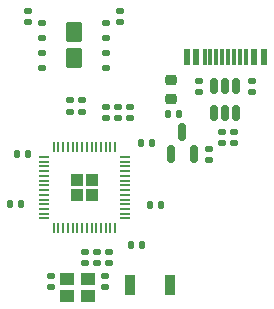
<source format=gbr>
%TF.GenerationSoftware,KiCad,Pcbnew,(6.0.0)*%
%TF.CreationDate,2022-07-10T02:32:02-04:00*%
%TF.ProjectId,EyesOfTomorrow,45796573-4f66-4546-9f6d-6f72726f772e,rev?*%
%TF.SameCoordinates,Original*%
%TF.FileFunction,Paste,Top*%
%TF.FilePolarity,Positive*%
%FSLAX46Y46*%
G04 Gerber Fmt 4.6, Leading zero omitted, Abs format (unit mm)*
G04 Created by KiCad (PCBNEW (6.0.0)) date 2022-07-10 02:32:02*
%MOMM*%
%LPD*%
G01*
G04 APERTURE LIST*
G04 Aperture macros list*
%AMRoundRect*
0 Rectangle with rounded corners*
0 $1 Rounding radius*
0 $2 $3 $4 $5 $6 $7 $8 $9 X,Y pos of 4 corners*
0 Add a 4 corners polygon primitive as box body*
4,1,4,$2,$3,$4,$5,$6,$7,$8,$9,$2,$3,0*
0 Add four circle primitives for the rounded corners*
1,1,$1+$1,$2,$3*
1,1,$1+$1,$4,$5*
1,1,$1+$1,$6,$7*
1,1,$1+$1,$8,$9*
0 Add four rect primitives between the rounded corners*
20,1,$1+$1,$2,$3,$4,$5,0*
20,1,$1+$1,$4,$5,$6,$7,0*
20,1,$1+$1,$6,$7,$8,$9,0*
20,1,$1+$1,$8,$9,$2,$3,0*%
G04 Aperture macros list end*
%ADD10R,0.600000X1.450000*%
%ADD11R,0.300000X1.450000*%
%ADD12RoundRect,0.147500X-0.172500X0.147500X-0.172500X-0.147500X0.172500X-0.147500X0.172500X0.147500X0*%
%ADD13RoundRect,0.147500X-0.147500X-0.172500X0.147500X-0.172500X0.147500X0.172500X-0.147500X0.172500X0*%
%ADD14RoundRect,0.147500X0.172500X-0.147500X0.172500X0.147500X-0.172500X0.147500X-0.172500X-0.147500X0*%
%ADD15RoundRect,0.147500X0.147500X0.172500X-0.147500X0.172500X-0.147500X-0.172500X0.147500X-0.172500X0*%
%ADD16RoundRect,0.250000X-0.435000X-0.615000X0.435000X-0.615000X0.435000X0.615000X-0.435000X0.615000X0*%
%ADD17RoundRect,0.125000X-0.250000X-0.125000X0.250000X-0.125000X0.250000X0.125000X-0.250000X0.125000X0*%
%ADD18R,1.150000X1.000000*%
%ADD19RoundRect,0.150000X0.150000X-0.587500X0.150000X0.587500X-0.150000X0.587500X-0.150000X-0.587500X0*%
%ADD20R,0.900000X1.700000*%
%ADD21RoundRect,0.150000X0.150000X-0.512500X0.150000X0.512500X-0.150000X0.512500X-0.150000X-0.512500X0*%
%ADD22RoundRect,0.218750X-0.256250X0.218750X-0.256250X-0.218750X0.256250X-0.218750X0.256250X0.218750X0*%
%ADD23RoundRect,0.250000X-0.292217X-0.292217X0.292217X-0.292217X0.292217X0.292217X-0.292217X0.292217X0*%
%ADD24RoundRect,0.050000X-0.387500X-0.050000X0.387500X-0.050000X0.387500X0.050000X-0.387500X0.050000X0*%
%ADD25RoundRect,0.050000X-0.050000X-0.387500X0.050000X-0.387500X0.050000X0.387500X-0.050000X0.387500X0*%
G04 APERTURE END LIST*
D10*
%TO.C,J0*%
X128662500Y-74075489D03*
X127862500Y-74075489D03*
D11*
X126662500Y-74075489D03*
X125662500Y-74075489D03*
X125162500Y-74075489D03*
X124162500Y-74075489D03*
D10*
X122962500Y-74075489D03*
X122162500Y-74075489D03*
X122162500Y-74075489D03*
X122962500Y-74075489D03*
D11*
X123662500Y-74075489D03*
X124662500Y-74075489D03*
X126162500Y-74075489D03*
X127162500Y-74075489D03*
D10*
X127862500Y-74075489D03*
X128662500Y-74075489D03*
%TD*%
D12*
%TO.C,RF0*%
X108738011Y-70191500D03*
X108738011Y-71161500D03*
%TD*%
%TO.C,C6*%
X114572761Y-90570500D03*
X114572761Y-91540500D03*
%TD*%
D13*
%TO.C,CP0*%
X120533300Y-78869689D03*
X121503300Y-78869689D03*
%TD*%
D14*
%TO.C,C0*%
X115334761Y-79285000D03*
X115334761Y-78315000D03*
%TD*%
%TO.C,C9*%
X117366761Y-79285000D03*
X117366761Y-78315000D03*
%TD*%
%TO.C,CF0*%
X116485011Y-71161500D03*
X116485011Y-70191500D03*
%TD*%
D15*
%TO.C,RR0*%
X118366400Y-90017600D03*
X117396400Y-90017600D03*
%TD*%
D14*
%TO.C,C3*%
X113302761Y-78713500D03*
X113302761Y-77743500D03*
%TD*%
%TO.C,C10*%
X116350761Y-79285000D03*
X116350761Y-78315000D03*
%TD*%
D12*
%TO.C,RX0*%
X113556761Y-90570500D03*
X113556761Y-91540500D03*
%TD*%
%TO.C,RD1*%
X126111000Y-80435739D03*
X126111000Y-81405739D03*
%TD*%
D14*
%TO.C,CP1*%
X124015500Y-82834489D03*
X124015500Y-81864489D03*
%TD*%
D13*
%TO.C,C8*%
X118278761Y-81381600D03*
X119248761Y-81381600D03*
%TD*%
D15*
%TO.C,C5*%
X108158000Y-86487000D03*
X107188000Y-86487000D03*
%TD*%
D12*
%TO.C,RC0*%
X127647700Y-76098689D03*
X127647700Y-77068689D03*
%TD*%
D16*
%TO.C,U2*%
X112579761Y-74164500D03*
X112579761Y-71946500D03*
D17*
X109879761Y-71184500D03*
X109879761Y-72454500D03*
X109879761Y-73724500D03*
X109879761Y-74994500D03*
X115279761Y-74994500D03*
X115279761Y-73724500D03*
X115279761Y-72454500D03*
X115279761Y-71184500D03*
%TD*%
D18*
%TO.C,Y0*%
X112046761Y-94295500D03*
X113796761Y-94295500D03*
X113796761Y-92895500D03*
X112046761Y-92895500D03*
%TD*%
D15*
%TO.C,C4*%
X108707761Y-82292500D03*
X107737761Y-82292500D03*
%TD*%
D19*
%TO.C,U1*%
X120830300Y-82296389D03*
X122730300Y-82296389D03*
X121780300Y-80421389D03*
%TD*%
D14*
%TO.C,RC1*%
X123177300Y-77068689D03*
X123177300Y-76098689D03*
%TD*%
D20*
%TO.C,S1*%
X120749800Y-93345000D03*
X117349800Y-93345000D03*
%TD*%
D12*
%TO.C,CX0*%
X115207761Y-92602500D03*
X115207761Y-93572500D03*
%TD*%
%TO.C,C2*%
X115588761Y-90570500D03*
X115588761Y-91540500D03*
%TD*%
%TO.C,RD0*%
X125095000Y-80435739D03*
X125095000Y-81405739D03*
%TD*%
D21*
%TO.C,U3*%
X124462500Y-78838789D03*
X125412500Y-78838789D03*
X126362500Y-78838789D03*
X126362500Y-76563789D03*
X125412500Y-76563789D03*
X124462500Y-76563789D03*
%TD*%
D22*
%TO.C,F0*%
X120815100Y-76050189D03*
X120815100Y-77625189D03*
%TD*%
D14*
%TO.C,C1*%
X112286761Y-78713500D03*
X112286761Y-77743500D03*
%TD*%
D13*
%TO.C,C7*%
X119022000Y-86614000D03*
X119992000Y-86614000D03*
%TD*%
D12*
%TO.C,CX1*%
X110635761Y-92602500D03*
X110635761Y-93572500D03*
%TD*%
D23*
%TO.C,U0*%
X112855761Y-85787500D03*
X114130761Y-84512500D03*
X114130761Y-85787500D03*
X112855761Y-84512500D03*
D24*
X110055761Y-82550000D03*
X110055761Y-82950000D03*
X110055761Y-83350000D03*
X110055761Y-83750000D03*
X110055761Y-84150000D03*
X110055761Y-84550000D03*
X110055761Y-84950000D03*
X110055761Y-85350000D03*
X110055761Y-85750000D03*
X110055761Y-86150000D03*
X110055761Y-86550000D03*
X110055761Y-86950000D03*
X110055761Y-87350000D03*
X110055761Y-87750000D03*
D25*
X110893261Y-88587500D03*
X111293261Y-88587500D03*
X111693261Y-88587500D03*
X112093261Y-88587500D03*
X112493261Y-88587500D03*
X112893261Y-88587500D03*
X113293261Y-88587500D03*
X113693261Y-88587500D03*
X114093261Y-88587500D03*
X114493261Y-88587500D03*
X114893261Y-88587500D03*
X115293261Y-88587500D03*
X115693261Y-88587500D03*
X116093261Y-88587500D03*
D24*
X116930761Y-87750000D03*
X116930761Y-87350000D03*
X116930761Y-86950000D03*
X116930761Y-86550000D03*
X116930761Y-86150000D03*
X116930761Y-85750000D03*
X116930761Y-85350000D03*
X116930761Y-84950000D03*
X116930761Y-84550000D03*
X116930761Y-84150000D03*
X116930761Y-83750000D03*
X116930761Y-83350000D03*
X116930761Y-82950000D03*
X116930761Y-82550000D03*
D25*
X116093261Y-81712500D03*
X115693261Y-81712500D03*
X115293261Y-81712500D03*
X114893261Y-81712500D03*
X114493261Y-81712500D03*
X114093261Y-81712500D03*
X113693261Y-81712500D03*
X113293261Y-81712500D03*
X112893261Y-81712500D03*
X112493261Y-81712500D03*
X112093261Y-81712500D03*
X111693261Y-81712500D03*
X111293261Y-81712500D03*
X110893261Y-81712500D03*
%TD*%
M02*

</source>
